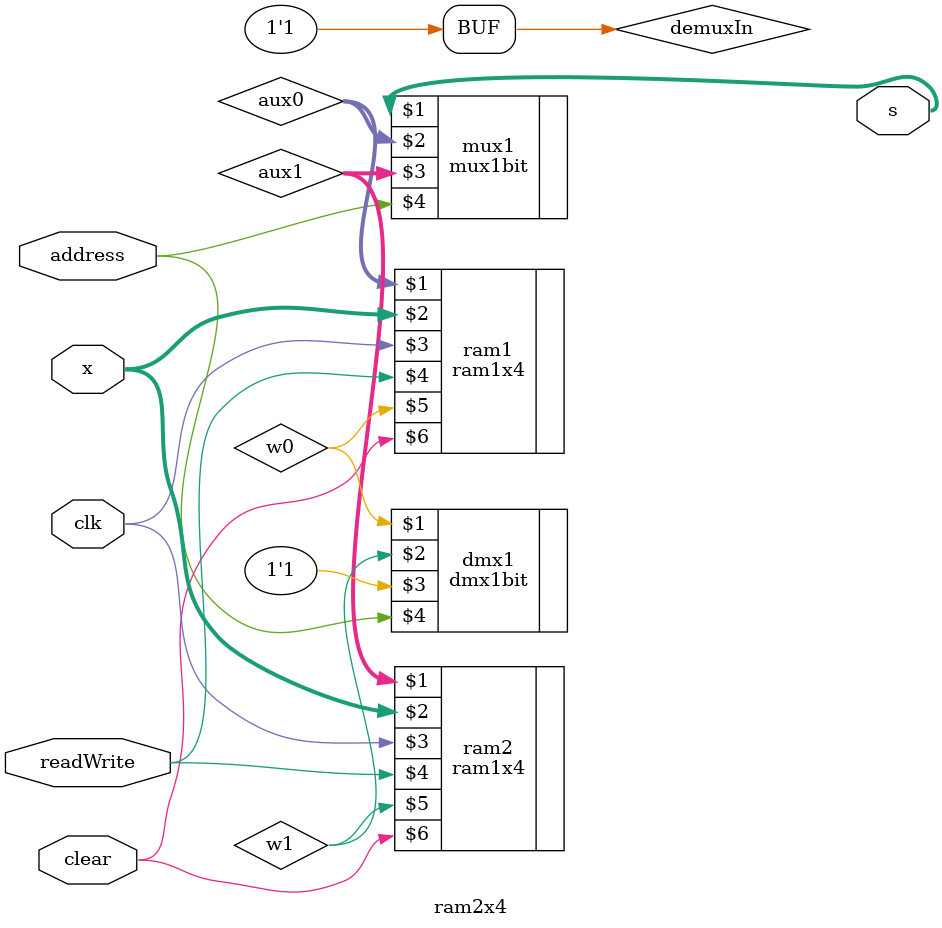
<source format=v>

`include "plexers.v"
`include "ram1x4.v"

module ram2x4(output [3:0]s, input [3:0]x, input clk,
			input readWrite, input address, input clear);
	reg demuxIn;
	wire w0,w1;
	wire [3:0]aux0;
	wire [3:0]aux1;
	dmx1bit dmx1(w0,w1,demuxIn,address);
	ram1x4 ram1(aux0,x,clk,readWrite,w0,clear);
	ram1x4 ram2(aux1,x,clk,readWrite,w1,clear);
	mux1bit mux1(s,aux0,aux1,address);
	initial begin
		demuxIn = 1'b1;
	end
endmodule //ram2x4
</source>
